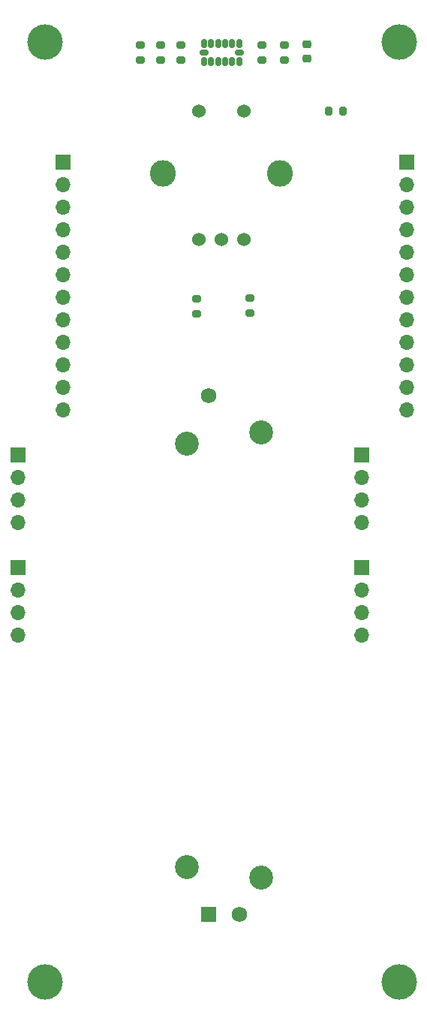
<source format=gbr>
%TF.GenerationSoftware,KiCad,Pcbnew,7.0.7*%
%TF.CreationDate,2023-10-20T22:21:11-07:00*%
%TF.ProjectId,etchascope-pcb,65746368-6173-4636-9f70-652d7063622e,rev?*%
%TF.SameCoordinates,Original*%
%TF.FileFunction,Soldermask,Top*%
%TF.FilePolarity,Negative*%
%FSLAX46Y46*%
G04 Gerber Fmt 4.6, Leading zero omitted, Abs format (unit mm)*
G04 Created by KiCad (PCBNEW 7.0.7) date 2023-10-20 22:21:11*
%MOMM*%
%LPD*%
G01*
G04 APERTURE LIST*
G04 Aperture macros list*
%AMRoundRect*
0 Rectangle with rounded corners*
0 $1 Rounding radius*
0 $2 $3 $4 $5 $6 $7 $8 $9 X,Y pos of 4 corners*
0 Add a 4 corners polygon primitive as box body*
4,1,4,$2,$3,$4,$5,$6,$7,$8,$9,$2,$3,0*
0 Add four circle primitives for the rounded corners*
1,1,$1+$1,$2,$3*
1,1,$1+$1,$4,$5*
1,1,$1+$1,$6,$7*
1,1,$1+$1,$8,$9*
0 Add four rect primitives between the rounded corners*
20,1,$1+$1,$2,$3,$4,$5,0*
20,1,$1+$1,$4,$5,$6,$7,0*
20,1,$1+$1,$6,$7,$8,$9,0*
20,1,$1+$1,$8,$9,$2,$3,0*%
G04 Aperture macros list end*
%ADD10R,1.700000X1.700000*%
%ADD11O,1.700000X1.700000*%
%ADD12RoundRect,0.200000X-0.275000X0.200000X-0.275000X-0.200000X0.275000X-0.200000X0.275000X0.200000X0*%
%ADD13RoundRect,0.200000X-0.200000X-0.275000X0.200000X-0.275000X0.200000X0.275000X-0.200000X0.275000X0*%
%ADD14RoundRect,0.200000X0.275000X-0.200000X0.275000X0.200000X-0.275000X0.200000X-0.275000X-0.200000X0*%
%ADD15RoundRect,0.225000X0.250000X-0.225000X0.250000X0.225000X-0.250000X0.225000X-0.250000X-0.225000X0*%
%ADD16C,4.000000*%
%ADD17C,1.524000*%
%ADD18O,2.900000X3.000000*%
%ADD19R,1.750000X1.750000*%
%ADD20C,1.750000*%
%ADD21C,2.700000*%
%ADD22RoundRect,0.150000X-0.150000X0.325000X-0.150000X-0.325000X0.150000X-0.325000X0.150000X0.325000X0*%
%ADD23RoundRect,0.150000X-0.325000X0.150000X-0.325000X-0.150000X0.325000X-0.150000X0.325000X0.150000X0*%
G04 APERTURE END LIST*
D10*
%TO.C,J3*%
X167625000Y-85772963D03*
X167625000Y-98472963D03*
X172705000Y-52752963D03*
X172705000Y-52752963D03*
D11*
X167625000Y-88312963D03*
X167625000Y-101012963D03*
X172705000Y-55292963D03*
X172705000Y-55292963D03*
X167625000Y-90852963D03*
X167625000Y-103552963D03*
X172705000Y-57832963D03*
X172705000Y-57832963D03*
X167625000Y-93392963D03*
X167625000Y-106092963D03*
X172705000Y-60372963D03*
X172705000Y-60372963D03*
X172705000Y-62912963D03*
X172705000Y-62912963D03*
X172705000Y-65452963D03*
X172705000Y-65452963D03*
X172705000Y-67992963D03*
X172705000Y-67992963D03*
X172705000Y-70532963D03*
X172705000Y-70532963D03*
X172705000Y-73072963D03*
X172705000Y-73072963D03*
X172705000Y-75612963D03*
X172705000Y-75612963D03*
X172705000Y-78152963D03*
X172705000Y-78152963D03*
X172705000Y-80692963D03*
X172705000Y-80692963D03*
%TD*%
D10*
%TO.C,J2*%
X128825000Y-85772963D03*
X128825000Y-98472963D03*
X133905000Y-52752963D03*
X133905000Y-52752963D03*
D11*
X128825000Y-88312963D03*
X128825000Y-101012963D03*
X133905000Y-55292963D03*
X133905000Y-55292963D03*
X128825000Y-90852963D03*
X128825000Y-103552963D03*
X133905000Y-57832963D03*
X133905000Y-57832963D03*
X128825000Y-93392963D03*
X128825000Y-106092963D03*
X133905000Y-60372963D03*
X133905000Y-60372963D03*
X133905000Y-62912963D03*
X133905000Y-62912963D03*
X133905000Y-65452963D03*
X133905000Y-65452963D03*
X133905000Y-67992963D03*
X133905000Y-67992963D03*
X133905000Y-70532963D03*
X133905000Y-70532963D03*
X133905000Y-73072963D03*
X133905000Y-73072963D03*
X133905000Y-75612963D03*
X133905000Y-75612963D03*
X133905000Y-78152963D03*
X133905000Y-78152963D03*
X133905000Y-80692963D03*
X133905000Y-80692963D03*
%TD*%
D12*
%TO.C,R4*%
X144964000Y-39545000D03*
X144964000Y-41195000D03*
%TD*%
D13*
%TO.C,R8*%
X163870500Y-46990000D03*
X165520500Y-46990000D03*
%TD*%
D12*
%TO.C,R7*%
X149000000Y-68175000D03*
X149000000Y-69825000D03*
%TD*%
%TO.C,R6*%
X155000000Y-68087500D03*
X155000000Y-69737500D03*
%TD*%
D14*
%TO.C,R5*%
X147250000Y-41195000D03*
X147250000Y-39545000D03*
%TD*%
%TO.C,R3*%
X142678000Y-41195000D03*
X142678000Y-39545000D03*
%TD*%
%TO.C,R2*%
X158934000Y-41195000D03*
X158934000Y-39545000D03*
%TD*%
%TO.C,R1*%
X156394000Y-41195000D03*
X156394000Y-39545000D03*
%TD*%
D15*
%TO.C,C1*%
X161474000Y-41041500D03*
X161474000Y-39491500D03*
%TD*%
D16*
%TO.C,REF\u002A\u002A*%
X131905000Y-145192963D03*
%TD*%
%TO.C,REF\u002A\u002A*%
X171905000Y-145192963D03*
%TD*%
D17*
%TO.C,SW1*%
X149305000Y-61490000D03*
X154305000Y-61490000D03*
X151805000Y-61490000D03*
X149305000Y-46990000D03*
X154305000Y-46990000D03*
D18*
X145205000Y-53990000D03*
X158405000Y-53990000D03*
%TD*%
D16*
%TO.C,REF\u002A\u002A*%
X171905000Y-39192963D03*
%TD*%
%TO.C,REF\u002A\u002A*%
X131905000Y-39192963D03*
%TD*%
D19*
%TO.C,RV1*%
X150355000Y-137609000D03*
D20*
X153855000Y-137609000D03*
X150355000Y-79109000D03*
D21*
X156305000Y-133459000D03*
X147905000Y-132259000D03*
X147905000Y-84459000D03*
X156305000Y-83259000D03*
%TD*%
D22*
%TO.C,U3*%
X153822000Y-39370000D03*
X153022000Y-39370000D03*
X152222000Y-39370000D03*
X151422000Y-39370000D03*
X150622000Y-39370000D03*
X149822000Y-39370000D03*
D23*
X149822000Y-40370000D03*
D22*
X149822000Y-41370000D03*
X150622000Y-41370000D03*
X151422000Y-41370000D03*
X152222000Y-41370000D03*
X153022000Y-41370000D03*
X153822000Y-41370000D03*
D23*
X153822000Y-40370000D03*
%TD*%
M02*

</source>
